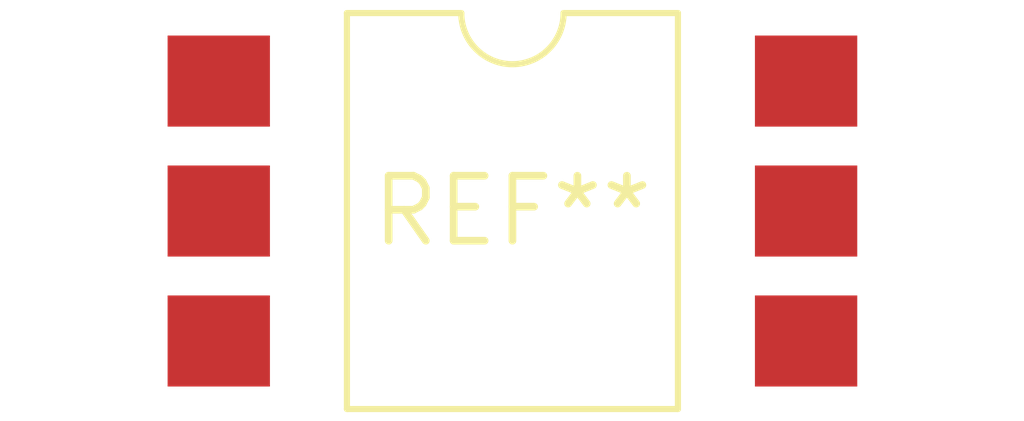
<source format=kicad_pcb>
(kicad_pcb (version 20240108) (generator pcbnew)
  (layers (0 "F.Cu" signal) (31 "B.Cu" signal) (34 "B.Paste" user) (35 "F.Paste" user) (36 "B.SilkS" user "B.Silkscreen") (37 "F.SilkS" user "F.Silkscreen") (38 "B.Mask" user) (39 "F.Mask" user) (44 "Edge.Cuts" user))
  (net 0 "")
  (footprint "SMDIP-6_W11.48mm" (layer "F.Cu") (at 0 0)
    (property "Reference" "REF**")
    (property "Value" "SMDIP-6_W11.48mm")
    (fp_line (start -3.235 -3.87) (end -3.235 3.87) (layer "F.SilkS") (stroke (width 0.12)))
    (fp_line (start -3.235 3.87) (end 3.235 3.87) (layer "F.SilkS") (stroke (width 0.12)))
    (fp_line (start -1 -3.87) (end -3.235 -3.87) (layer "F.SilkS") (stroke (width 0.12)))
    (fp_line (start 3.235 -3.87) (end 1 -3.87) (layer "F.SilkS") (stroke (width 0.12)))
    (fp_line (start 3.235 3.87) (end 3.235 -3.87) (layer "F.SilkS") (stroke (width 0.12)))
    (fp_arc (start 1 -3.87) (mid 0 -2.87) (end -1 -3.87) (layer "F.SilkS") (stroke (width 0.12)))
    (pad "1" smd rect (at -5.74 -2.54) (size 2 1.78) (layers "F.Cu" "F.Paste" "F.Mask"))
    (pad "2" smd rect (at -5.74 0) (size 2 1.78) (layers "F.Cu" "F.Paste" "F.Mask"))
    (pad "3" smd rect (at -5.74 2.54) (size 2 1.78) (layers "F.Cu" "F.Paste" "F.Mask"))
    (pad "4" smd rect (at 5.74 2.54) (size 2 1.78) (layers "F.Cu" "F.Paste" "F.Mask"))
    (pad "5" smd rect (at 5.74 0) (size 2 1.78) (layers "F.Cu" "F.Paste" "F.Mask"))
    (pad "6" smd rect (at 5.74 -2.54) (size 2 1.78) (layers "F.Cu" "F.Paste" "F.Mask"))
  )
)
</source>
